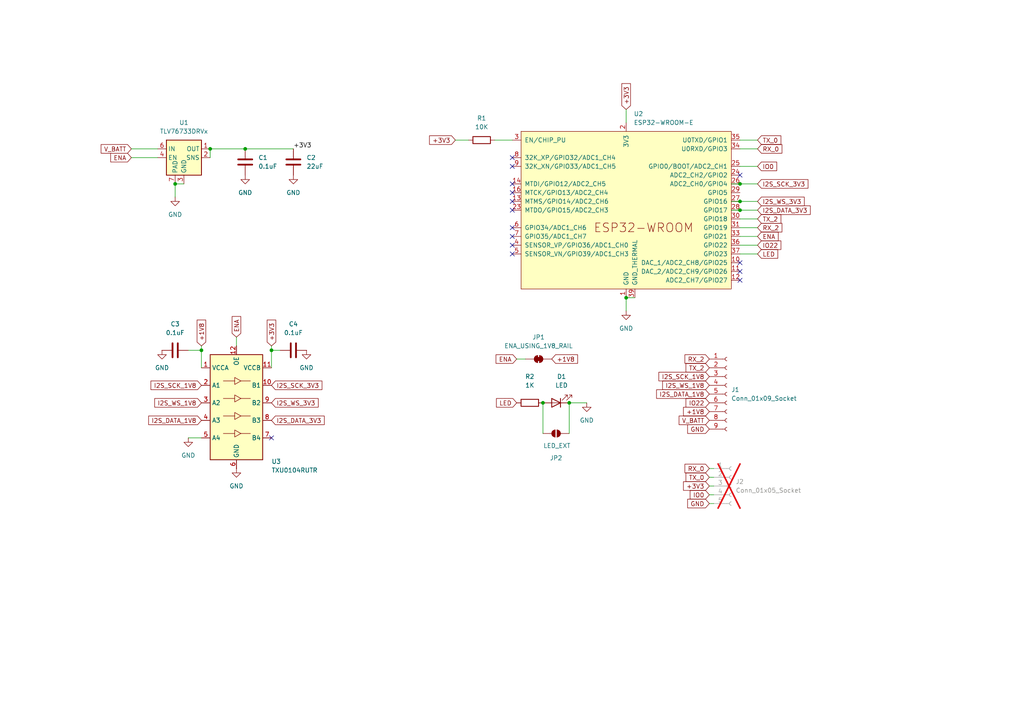
<source format=kicad_sch>
(kicad_sch (version 20231120) (generator "eeschema") (generator_version "8.0")
  (paper "A4")
  (lib_symbols
    (symbol "Connector:Conn_01x05_Socket" (pin_names (offset 1.016) hide)
      (property "Reference" "J" (at 0 7.62 0))
      (property "Value" "Conn_01x05_Socket" (at 0 -7.62 0))
      (symbol "Conn_01x05_Socket_1_1"
        (arc (start 0 -4.572) (mid -0.5058 -5.08) (end 0 -5.588) (stroke (width 0.1524)))
        (arc (start 0 -2.032) (mid -0.5058 -2.54) (end 0 -3.048) (stroke (width 0.1524)))
        (polyline (pts (xy -1.27 -5.08) (xy -0.508 -5.08)) (stroke (width 0.1524)))
        (polyline (pts (xy -1.27 -2.54) (xy -0.508 -2.54)) (stroke (width 0.1524)))
        (polyline (pts (xy -1.27 0) (xy -0.508 0)) (stroke (width 0.1524)))
        (polyline (pts (xy -1.27 2.54) (xy -0.508 2.54)) (stroke (width 0.1524)))
        (polyline (pts (xy -1.27 5.08) (xy -0.508 5.08)) (stroke (width 0.1524)))
        (arc (start 0 0.508) (mid -0.5058 0) (end 0 -0.508) (stroke (width 0.1524)))
        (arc (start 0 3.048) (mid -0.5058 2.54) (end 0 2.032) (stroke (width 0.1524)))
        (arc (start 0 5.588) (mid -0.5058 5.08) (end 0 4.572) (stroke (width 0.1524)))
        (pin passive line (at -5.08 5.08 0) (length 3.81) (name "Pin_1") (number "1"))
        (pin passive line (at -5.08 2.54 0) (length 3.81) (name "Pin_2") (number "2"))
        (pin passive line (at -5.08 0 0) (length 3.81) (name "Pin_3") (number "3"))
        (pin passive line (at -5.08 -2.54 0) (length 3.81) (name "Pin_4") (number "4"))
        (pin passive line (at -5.08 -5.08 0) (length 3.81) (name "Pin_5") (number "5"))
      )
    )
    (symbol "Connector:Conn_01x09_Socket" (pin_names (offset 1.016) hide)
      (property "Reference" "J" (at 0 12.7 0))
      (property "Value" "Conn_01x09_Socket" (at 0 -12.7 0))
      (symbol "Conn_01x09_Socket_1_1"
        (arc (start 0 -9.652) (mid -0.5058 -10.16) (end 0 -10.668) (stroke (width 0.1524)))
        (arc (start 0 -7.112) (mid -0.5058 -7.62) (end 0 -8.128) (stroke (width 0.1524)))
        (arc (start 0 -4.572) (mid -0.5058 -5.08) (end 0 -5.588) (stroke (width 0.1524)))
        (arc (start 0 -2.032) (mid -0.5058 -2.54) (end 0 -3.048) (stroke (width 0.1524)))
        (polyline (pts (xy -1.27 -10.16) (xy -0.508 -10.16)) (stroke (width 0.1524)))
        (polyline (pts (xy -1.27 -7.62) (xy -0.508 -7.62)) (stroke (width 0.1524)))
        (polyline (pts (xy -1.27 -5.08) (xy -0.508 -5.08)) (stroke (width 0.1524)))
        (polyline (pts (xy -1.27 -2.54) (xy -0.508 -2.54)) (stroke (width 0.1524)))
        (polyline (pts (xy -1.27 0) (xy -0.508 0)) (stroke (width 0.1524)))
        (polyline (pts (xy -1.27 2.54) (xy -0.508 2.54)) (stroke (width 0.1524)))
        (polyline (pts (xy -1.27 5.08) (xy -0.508 5.08)) (stroke (width 0.1524)))
        (polyline (pts (xy -1.27 7.62) (xy -0.508 7.62)) (stroke (width 0.1524)))
        (polyline (pts (xy -1.27 10.16) (xy -0.508 10.16)) (stroke (width 0.1524)))
        (arc (start 0 0.508) (mid -0.5058 0) (end 0 -0.508) (stroke (width 0.1524)))
        (arc (start 0 3.048) (mid -0.5058 2.54) (end 0 2.032) (stroke (width 0.1524)))
        (arc (start 0 5.588) (mid -0.5058 5.08) (end 0 4.572) (stroke (width 0.1524)))
        (arc (start 0 8.128) (mid -0.5058 7.62) (end 0 7.112) (stroke (width 0.1524)))
        (arc (start 0 10.668) (mid -0.5058 10.16) (end 0 9.652) (stroke (width 0.1524)))
        (pin passive line (at -5.08 10.16 0) (length 3.81) (name "Pin_1") (number "1"))
        (pin passive line (at -5.08 7.62 0) (length 3.81) (name "Pin_2") (number "2"))
        (pin passive line (at -5.08 5.08 0) (length 3.81) (name "Pin_3") (number "3"))
        (pin passive line (at -5.08 2.54 0) (length 3.81) (name "Pin_4") (number "4"))
        (pin passive line (at -5.08 0 0) (length 3.81) (name "Pin_5") (number "5"))
        (pin passive line (at -5.08 -2.54 0) (length 3.81) (name "Pin_6") (number "6"))
        (pin passive line (at -5.08 -5.08 0) (length 3.81) (name "Pin_7") (number "7"))
        (pin passive line (at -5.08 -7.62 0) (length 3.81) (name "Pin_8") (number "8"))
        (pin passive line (at -5.08 -10.16 0) (length 3.81) (name "Pin_9") (number "9"))
      )
    )
    (symbol "Device:C" (pin_numbers hide) (pin_names (offset 0.254))
      (property "Reference" "C" (at 0.635 2.54 0))
      (property "Value" "C" (at 0.635 -2.54 0))
      (symbol "C_0_1"
        (polyline (pts (xy -2.032 -0.762) (xy 2.032 -0.762)) (stroke (width 0.508)))
        (polyline (pts (xy -2.032 0.762) (xy 2.032 0.762)) (stroke (width 0.508)))
      )
      (symbol "C_1_1"
        (pin passive line (at 0 3.81 270) (length 2.794) (name "~") (number "1"))
        (pin passive line (at 0 -3.81 90) (length 2.794) (name "~") (number "2"))
      )
    )
    (symbol "Device:LED" (pin_numbers hide) (pin_names (offset 1.016) hide)
      (property "Reference" "D" (at 0 2.54 0))
      (property "Value" "LED" (at 0 -2.54 0))
      (symbol "LED_0_1"
        (polyline (pts (xy -1.27 -1.27) (xy -1.27 1.27)) (stroke (width 0.254)))
        (polyline (pts (xy -1.27 0) (xy 1.27 0)))
        (polyline (pts (xy 1.27 -1.27) (xy 1.27 1.27) (xy -1.27 0) (xy 1.27 -1.27)) (stroke (width 0.254)))
        (polyline (pts (xy -3.048 -0.762) (xy -4.572 -2.286) (xy -3.81 -2.286) (xy -4.572 -2.286) (xy -4.572 -1.524)))
        (polyline (pts (xy -1.778 -0.762) (xy -3.302 -2.286) (xy -2.54 -2.286) (xy -3.302 -2.286) (xy -3.302 -1.524)))
      )
      (symbol "LED_1_1"
        (pin passive line (at -3.81 0 0) (length 2.54) (name "K") (number "1"))
        (pin passive line (at 3.81 0 180) (length 2.54) (name "A") (number "2"))
      )
    )
    (symbol "Device:R" (pin_numbers hide) (pin_names (offset 0))
      (property "Reference" "R" (at 2.032 0 90))
      (property "Value" "R" (at 0 0 90))
      (symbol "R_0_1"
        (rectangle (start -1.016 -2.54) (end 1.016 2.54) (stroke (width 0.254)))
      )
      (symbol "R_1_1"
        (pin passive line (at 0 3.81 270) (length 1.27) (name "~") (number "1"))
        (pin passive line (at 0 -3.81 90) (length 1.27) (name "~") (number "2"))
      )
    )
    (symbol "GND_1" (power) (pin_numbers hide) (pin_names (offset 0) hide)
      (property "Value" "GND_1" (at 0 -3.81 0))
      (symbol "GND_1_0_1"
        (polyline (pts (xy 0 0) (xy 0 -1.27) (xy 1.27 -1.27) (xy 0 -2.54) (xy -1.27 -1.27) (xy 0 -1.27)))
      )
      (symbol "GND_1_1_1"
        (pin power_in line (at 0 0 270) (length 0) hide (name "GND") (number "1"))
      )
    )
    (symbol "Jumper:SolderJumper_2_Bridged" (pin_numbers hide) (pin_names (offset 0) hide) (exclude_from_sim yes) (in_bom no)
      (property "Reference" "JP" (at 0 2.032 0))
      (property "Value" "SolderJumper_2_Bridged" (at 0 -2.54 0))
      (symbol "SolderJumper_2_Bridged_0_1"
        (rectangle (start -0.508 0.508) (end 0.508 -0.508) (fill (type outline)))
        (arc (start -0.254 1.016) (mid -1.2656 0) (end -0.254 -1.016))
        (arc (start -0.254 1.016) (mid -1.2656 0) (end -0.254 -1.016) (fill (type outline)))
        (polyline (pts (xy -0.254 1.016) (xy -0.254 -1.016)))
        (polyline (pts (xy 0.254 1.016) (xy 0.254 -1.016)))
        (arc (start 0.254 -1.016) (mid 1.2656 0) (end 0.254 1.016))
        (arc (start 0.254 -1.016) (mid 1.2656 0) (end 0.254 1.016) (fill (type outline)))
      )
      (symbol "SolderJumper_2_Bridged_1_1"
        (pin passive line (at -3.81 0 0) (length 2.54) (name "A") (number "1"))
        (pin passive line (at 3.81 0 180) (length 2.54) (name "B") (number "2"))
      )
    )
    (symbol "Jumper:SolderJumper_2_Open" (pin_numbers hide) (pin_names (offset 0) hide) (exclude_from_sim yes) (in_bom no)
      (property "Reference" "JP" (at 0 2.032 0))
      (property "Value" "SolderJumper_2_Open" (at 0 -2.54 0))
      (symbol "SolderJumper_2_Open_0_1"
        (arc (start -0.254 1.016) (mid -1.2656 0) (end -0.254 -1.016))
        (arc (start -0.254 1.016) (mid -1.2656 0) (end -0.254 -1.016) (fill (type outline)))
        (polyline (pts (xy -0.254 1.016) (xy -0.254 -1.016)))
        (polyline (pts (xy 0.254 1.016) (xy 0.254 -1.016)))
        (arc (start 0.254 -1.016) (mid 1.2656 0) (end 0.254 1.016))
        (arc (start 0.254 -1.016) (mid 1.2656 0) (end 0.254 1.016) (fill (type outline)))
      )
      (symbol "SolderJumper_2_Open_1_1"
        (pin passive line (at -3.81 0 0) (length 2.54) (name "A") (number "1"))
        (pin passive line (at 3.81 0 180) (length 2.54) (name "B") (number "2"))
      )
    )
    (symbol "Logic_LevelTranslator:TXU0104RUTR"
      (property "Reference" "U" (at -6.35 16.51 0))
      (property "Value" "TXU0104RUTR" (at 3.81 16.51 0))
      (symbol "TXU0104RUTR_0_1"
        (rectangle (start -7.62 15.24) (end 7.62 -15.24) (stroke (width 0.254)) (fill (type background)))
        (polyline (pts (xy -0.508 -7.62) (xy -3.81 -7.62) (xy -2.54 -7.62)))
        (polyline (pts (xy -0.508 -2.54) (xy -3.81 -2.54) (xy -2.54 -2.54)))
        (polyline (pts (xy -0.508 2.54) (xy -3.81 2.54) (xy -2.54 2.54)))
        (polyline (pts (xy -0.508 7.62) (xy -3.81 7.62) (xy -2.54 7.62)))
        (polyline (pts (xy 4.064 -7.62) (xy 1.27 -7.62) (xy 2.54 -7.62)))
        (polyline (pts (xy 4.064 -2.54) (xy 1.27 -2.54) (xy 2.54 -2.54)))
        (polyline (pts (xy 4.064 2.54) (xy 1.27 2.54) (xy 2.54 2.54)))
        (polyline (pts (xy 4.064 7.62) (xy 1.27 7.62) (xy 2.54 7.62)))
        (polyline (pts (xy 1.27 -7.62) (xy -0.508 -8.636) (xy -0.508 -6.604) (xy 1.27 -7.62)))
        (polyline (pts (xy 1.27 -2.54) (xy -0.508 -3.556) (xy -0.508 -1.524) (xy 1.27 -2.54)))
        (polyline (pts (xy 1.27 2.54) (xy -0.508 1.524) (xy -0.508 3.556) (xy 1.27 2.54)))
        (polyline (pts (xy 1.27 7.62) (xy -0.508 6.604) (xy -0.508 8.636) (xy 1.27 7.62)))
      )
      (symbol "TXU0104RUTR_1_1"
        (pin power_in line (at -10.16 11.43 0) (length 2.54) (name "VCCA") (number "1"))
        (pin output line (at 10.16 6.35 180) (length 2.54) (name "B1") (number "10"))
        (pin power_in line (at 10.16 11.43 180) (length 2.54) (name "VCCB") (number "11"))
        (pin input line (at 0 17.78 270) (length 2.54) (name "OE") (number "12"))
        (pin input line (at -10.16 6.35 0) (length 2.54) (name "A1") (number "2"))
        (pin input line (at -10.16 1.27 0) (length 2.54) (name "A2") (number "3"))
        (pin input line (at -10.16 -3.81 0) (length 2.54) (name "A3") (number "4"))
        (pin input line (at -10.16 -8.89 0) (length 2.54) (name "A4") (number "5"))
        (pin power_in line (at 0 -17.78 90) (length 2.54) (name "GND") (number "6"))
        (pin output line (at 10.16 -8.89 180) (length 2.54) (name "B4") (number "7"))
        (pin output line (at 10.16 -3.81 180) (length 2.54) (name "B3") (number "8"))
        (pin output line (at 10.16 1.27 180) (length 2.54) (name "B2") (number "9"))
      )
    )
    (symbol "PCM_Espressif:ESP32-WROOM-E" (pin_names (offset 1.016))
      (property "Reference" "U" (at -30.48 27.94 0))
      (property "Value" "ESP32-WROOM-E" (at -30.48 25.4 0))
      (symbol "ESP32-WROOM-E_0_1"
        (rectangle (start -30.48 22.86) (end 30.48 -22.86) (fill (type background)))
      )
      (symbol "ESP32-WROOM-E_1_1"
        (text "ESP32-­WROOM­" (at 5.08 -5.08 0) (effects (font (size 2.54 2.54))))
        (pin power_in line (at 0 -25.4 90) (length 2.54) (name "GND") (number "1"))
        (pin bidirectional line (at 33.02 -15.24 180) (length 2.54) (name "DAC_1/ADC2_CH8/GPIO25") (number "10"))
        (pin bidirectional line (at 33.02 -17.78 180) (length 2.54) (name "DAC_2/ADC2_CH9/GPIO26") (number "11"))
        (pin bidirectional line (at 33.02 -20.32 180) (length 2.54) (name "ADC2_CH7/GPIO27") (number "12"))
        (pin bidirectional line (at -33.02 2.54 0) (length 2.54) (name "MTMS/GPIO14/ADC2_CH6") (number "13"))
        (pin bidirectional line (at -33.02 7.62 0) (length 2.54) (name "MTDI/GPIO12/ADC2_CH5") (number "14"))
        (pin passive line (at 0 -25.4 90) (length 2.54) hide (name "GND") (number "15"))
        (pin bidirectional line (at -33.02 5.08 0) (length 2.54) (name "MTCK/GPIO13/ADC2_CH4") (number "16"))
        (pin power_in line (at 0 25.4 270) (length 2.54) (name "3V3") (number "2"))
        (pin bidirectional line (at -33.02 0 0) (length 2.54) (name "MTDO/GPIO15/ADC2_CH3") (number "23"))
        (pin bidirectional line (at 33.02 10.16 180) (length 2.54) (name "ADC2_CH2/GPIO2") (number "24"))
        (pin bidirectional line (at 33.02 12.7 180) (length 2.54) (name "GPIO0/BOOT/ADC2_CH1") (number "25"))
        (pin bidirectional line (at 33.02 7.62 180) (length 2.54) (name "ADC2_CH0/GPIO4") (number "26"))
        (pin bidirectional line (at 33.02 2.54 180) (length 2.54) (name "GPIO16") (number "27"))
        (pin bidirectional line (at 33.02 0 180) (length 2.54) (name "GPIO17") (number "28"))
        (pin bidirectional line (at 33.02 5.08 180) (length 2.54) (name "GPIO5") (number "29"))
        (pin input line (at -33.02 20.32 0) (length 2.54) (name "EN/CHIP_PU") (number "3"))
        (pin bidirectional line (at 33.02 -2.54 180) (length 2.54) (name "GPIO18") (number "30"))
        (pin bidirectional line (at 33.02 -5.08 180) (length 2.54) (name "GPIO19") (number "31"))
        (pin bidirectional line (at 33.02 -7.62 180) (length 2.54) (name "GPIO21") (number "33"))
        (pin bidirectional line (at 33.02 17.78 180) (length 2.54) (name "U0RXD/GPIO3") (number "34"))
        (pin bidirectional line (at 33.02 20.32 180) (length 2.54) (name "U0TXD/GPIO1") (number "35"))
        (pin bidirectional line (at 33.02 -10.16 180) (length 2.54) (name "GPIO22") (number "36"))
        (pin bidirectional line (at 33.02 -12.7 180) (length 2.54) (name "GPIO23") (number "37"))
        (pin passive line (at 0 -25.4 90) (length 2.54) hide (name "GND") (number "38"))
        (pin power_in line (at 2.54 -25.4 90) (length 2.54) (name "GND_THERMAL") (number "39"))
        (pin input line (at -33.02 -10.16 0) (length 2.54) (name "SENSOR_VP/GPIO36/ADC1_CH0") (number "4"))
        (pin input line (at -33.02 -12.7 0) (length 2.54) (name "SENSOR_VN/GPIO39/ADC1_CH3") (number "5"))
        (pin input line (at -33.02 -5.08 0) (length 2.54) (name "GPIO34/ADC1_CH6") (number "6"))
        (pin input line (at -33.02 -7.62 0) (length 2.54) (name "GPIO35/ADC1_CH7") (number "7"))
        (pin bidirectional line (at -33.02 15.24 0) (length 2.54) (name "32K_XP/GPIO32/ADC1_CH4") (number "8"))
        (pin bidirectional line (at -33.02 12.7 0) (length 2.54) (name "32K_XN/GPIO33/ADC1_CH5") (number "9"))
      )
    )
    (symbol "Regulator_Linear:TLV76733DRVx"
      (property "Reference" "U" (at 0 8.89 0))
      (property "Value" "TLV76733DRVx" (at 0 6.35 0))
      (symbol "TLV76733DRVx_0_1"
        (rectangle (start -5.08 -5.08) (end 5.08 5.08) (stroke (width 0.254)) (fill (type background)))
      )
      (symbol "TLV76733DRVx_1_1"
        (pin power_out line (at 7.62 2.54 180) (length 2.54) (name "OUT") (number "1"))
        (pin input line (at 7.62 0 180) (length 2.54) (name "SNS") (number "2"))
        (pin power_in line (at 0 -7.62 90) (length 2.54) (name "GND") (number "3"))
        (pin input line (at -7.62 0 0) (length 2.54) (name "EN") (number "4"))
        (pin passive line (at 0 -7.62 90) (length 2.54) hide (name "GND") (number "5"))
        (pin power_in line (at -7.62 2.54 0) (length 2.54) (name "IN") (number "6"))
        (pin passive line (at -2.54 -7.62 90) (length 2.54) (name "PAD") (number "7"))
      )
    )
    (symbol "power:GND" (power) (pin_numbers hide) (pin_names (offset 0) hide)
      (property "Value" "GND" (at 0 -3.81 0))
      (symbol "GND_0_1"
        (polyline (pts (xy 0 0) (xy 0 -1.27) (xy 1.27 -1.27) (xy 0 -2.54) (xy -1.27 -1.27) (xy 0 -1.27)))
      )
      (symbol "GND_1_1"
        (pin power_in line (at 0 0 270) (length 0) (name "~") (number "1"))
      )
    )
  )
  (junction (at 58.42 101.6))
  (junction (at 71.12 43.18))
  (junction (at 60.96 43.18))
  (junction (at 214.63 60.96))
  (junction (at 157.48 116.84))
  (junction (at 214.63 58.42))
  (junction (at 214.63 53.34))
  (junction (at 50.8 53.34))
  (junction (at 165.1 116.84))
  (junction (at 181.61 86.36))
  (junction (at 78.74 101.6))
  (no_connect (at 148.59 71.12))
  (no_connect (at 148.59 48.26))
  (no_connect (at 148.59 66.04))
  (no_connect (at 148.59 73.66))
  (no_connect (at 148.59 53.34))
  (no_connect (at 148.59 60.96))
  (no_connect (at 214.63 78.74))
  (no_connect (at 214.63 81.28))
  (no_connect (at 148.59 58.42))
  (no_connect (at 214.63 50.8))
  (no_connect (at 148.59 68.58))
  (no_connect (at 214.63 76.2))
  (no_connect (at 78.74 127))
  (no_connect (at 148.59 55.88))
  (no_connect (at 148.59 45.72))
  (wire (pts (xy 71.12 43.18) (xy 85.09 43.18)))
  (wire (pts (xy 181.61 31.75) (xy 181.61 35.56)))
  (wire (pts (xy 50.8 53.34) (xy 53.34 53.34)))
  (wire (pts (xy 68.58 97.79) (xy 68.58 100.33)))
  (wire (pts (xy 214.63 43.18) (xy 219.71 43.18)))
  (wire (pts (xy 212.09 53.34) (xy 214.63 53.34)))
  (wire (pts (xy 78.74 101.6) (xy 78.74 100.33)))
  (wire (pts (xy 50.8 53.34) (xy 50.8 57.15)))
  (wire (pts (xy 143.51 40.64) (xy 148.59 40.64)))
  (wire (pts (xy 212.09 60.96) (xy 214.63 60.96)))
  (wire (pts (xy 78.74 101.6) (xy 78.74 106.68)))
  (wire (pts (xy 58.42 101.6) (xy 58.42 106.68)))
  (wire (pts (xy 205.74 140.97) (xy 207.01 140.97)))
  (wire (pts (xy 214.63 63.5) (xy 219.71 63.5)))
  (wire (pts (xy 205.74 146.05) (xy 207.01 146.05)))
  (wire (pts (xy 54.61 127) (xy 58.42 127)))
  (wire (pts (xy 214.63 53.34) (xy 219.71 53.34)))
  (wire (pts (xy 58.42 100.33) (xy 58.42 101.6)))
  (wire (pts (xy 60.96 43.18) (xy 60.96 45.72)))
  (wire (pts (xy 214.63 68.58) (xy 219.71 68.58)))
  (wire (pts (xy 214.63 58.42) (xy 219.71 58.42)))
  (wire (pts (xy 149.86 104.14) (xy 152.4 104.14)))
  (wire (pts (xy 132.08 40.64) (xy 135.89 40.64)))
  (wire (pts (xy 207.01 143.51) (xy 205.74 143.51)))
  (wire (pts (xy 181.61 86.36) (xy 181.61 90.17)))
  (wire (pts (xy 214.63 48.26) (xy 219.71 48.26)))
  (wire (pts (xy 165.1 116.84) (xy 165.1 125.73)))
  (wire (pts (xy 214.63 73.66) (xy 219.71 73.66)))
  (wire (pts (xy 38.1 45.72) (xy 45.72 45.72)))
  (wire (pts (xy 214.63 40.64) (xy 219.71 40.64)))
  (wire (pts (xy 205.74 135.89) (xy 207.01 135.89)))
  (wire (pts (xy 78.74 101.6) (xy 81.28 101.6)))
  (wire (pts (xy 205.74 138.43) (xy 207.01 138.43)))
  (wire (pts (xy 38.1 43.18) (xy 45.72 43.18)))
  (wire (pts (xy 214.63 60.96) (xy 219.71 60.96)))
  (wire (pts (xy 170.18 116.84) (xy 165.1 116.84)))
  (wire (pts (xy 212.09 58.42) (xy 214.63 58.42)))
  (wire (pts (xy 60.96 43.18) (xy 71.12 43.18)))
  (wire (pts (xy 181.61 86.36) (xy 184.15 86.36)))
  (wire (pts (xy 214.63 66.04) (xy 219.71 66.04)))
  (wire (pts (xy 214.63 71.12) (xy 219.71 71.12)))
  (wire (pts (xy 54.61 101.6) (xy 58.42 101.6)))
  (wire (pts (xy 157.48 116.84) (xy 157.48 125.73)))
  (label "+3V3" (at 85.09 43.18 0))
  (global_label "I2S_DATA_1V8" (shape input) (at 205.74 114.3 180) (property "Intersheetrefs" "${INTERSHEET_REFS}" (effects (hide yes))))
  (global_label "I2S_SCK_3V3" (shape input) (at 219.71 53.34 0) (property "Intersheetrefs" "${INTERSHEET_REFS}" (effects (hide yes))))
  (global_label "+3V3" (shape input) (at 132.08 40.64 180) (property "Intersheetrefs" "${INTERSHEET_REFS}" (effects (hide yes))))
  (global_label "V_BATT" (shape input) (at 38.1 43.18 180) (property "Intersheetrefs" "${INTERSHEET_REFS}" (effects (hide yes))))
  (global_label "+1V8" (shape input) (at 205.74 119.38 180) (property "Intersheetrefs" "${INTERSHEET_REFS}" (effects (hide yes))))
  (global_label "I2S_DATA_3V3" (shape input) (at 219.71 60.96 0) (property "Intersheetrefs" "${INTERSHEET_REFS}" (effects (hide yes))))
  (global_label "+3V3" (shape input) (at 181.61 31.75 90) (property "Intersheetrefs" "${INTERSHEET_REFS}" (effects (hide yes))))
  (global_label "GND" (shape input) (at 205.74 146.05 180) (property "Intersheetrefs" "${INTERSHEET_REFS}" (effects (hide yes))))
  (global_label "ENA" (shape input) (at 219.71 68.58 0) (property "Intersheetrefs" "${INTERSHEET_REFS}" (effects (hide yes))))
  (global_label "+1V8" (shape input) (at 58.42 100.33 90) (property "Intersheetrefs" "${INTERSHEET_REFS}" (effects (hide yes))))
  (global_label "RX_0" (shape input) (at 219.71 43.18 0) (property "Intersheetrefs" "${INTERSHEET_REFS}" (effects (hide yes))))
  (global_label "I2S_SCK_3V3" (shape input) (at 78.74 111.76 0) (property "Intersheetrefs" "${INTERSHEET_REFS}" (effects (hide yes))))
  (global_label "I2S_WS_3V3" (shape input) (at 78.74 116.84 0) (property "Intersheetrefs" "${INTERSHEET_REFS}" (effects (hide yes))))
  (global_label "ENA" (shape input) (at 149.86 104.14 180) (property "Intersheetrefs" "${INTERSHEET_REFS}" (effects (hide yes))))
  (global_label "IO0" (shape input) (at 219.71 48.26 0) (property "Intersheetrefs" "${INTERSHEET_REFS}" (effects (hide yes))))
  (global_label "ENA" (shape input) (at 68.58 97.79 90) (property "Intersheetrefs" "${INTERSHEET_REFS}" (effects (hide yes))))
  (global_label "I2S_SCK_1V8" (shape input) (at 205.74 109.22 180) (property "Intersheetrefs" "${INTERSHEET_REFS}" (effects (hide yes))))
  (global_label "TX_2" (shape input) (at 205.74 106.68 180) (property "Intersheetrefs" "${INTERSHEET_REFS}" (effects (hide yes))))
  (global_label "IO22" (shape input) (at 205.74 116.84 180) (property "Intersheetrefs" "${INTERSHEET_REFS}" (effects (hide yes))))
  (global_label "LED" (shape input) (at 219.71 73.66 0) (property "Intersheetrefs" "${INTERSHEET_REFS}" (effects (hide yes))))
  (global_label "I2S_DATA_3V3" (shape input) (at 78.74 121.92 0) (property "Intersheetrefs" "${INTERSHEET_REFS}" (effects (hide yes))))
  (global_label "RX_0" (shape input) (at 205.74 135.89 180) (property "Intersheetrefs" "${INTERSHEET_REFS}" (effects (hide yes))))
  (global_label "I2S_WS_1V8" (shape input) (at 58.42 116.84 180) (property "Intersheetrefs" "${INTERSHEET_REFS}" (effects (hide yes))))
  (global_label "I2S_WS_1V8" (shape input) (at 205.74 111.76 180) (property "Intersheetrefs" "${INTERSHEET_REFS}" (effects (hide yes))))
  (global_label "IO0" (shape input) (at 205.74 143.51 180) (property "Intersheetrefs" "${INTERSHEET_REFS}" (effects (hide yes))))
  (global_label "I2S_SCK_1V8" (shape input) (at 58.42 111.76 180) (property "Intersheetrefs" "${INTERSHEET_REFS}" (effects (hide yes))))
  (global_label "GND" (shape input) (at 205.74 124.46 180) (property "Intersheetrefs" "${INTERSHEET_REFS}" (effects (hide yes))))
  (global_label "ENA" (shape input) (at 38.1 45.72 180) (property "Intersheetrefs" "${INTERSHEET_REFS}" (effects (hide yes))))
  (global_label "+3V3" (shape input) (at 205.74 140.97 180) (property "Intersheetrefs" "${INTERSHEET_REFS}" (effects (hide yes))))
  (global_label "TX_0" (shape input) (at 205.74 138.43 180) (property "Intersheetrefs" "${INTERSHEET_REFS}" (effects (hide yes))))
  (global_label "+3V3" (shape input) (at 78.74 100.33 90) (property "Intersheetrefs" "${INTERSHEET_REFS}" (effects (hide yes))))
  (global_label "RX_2" (shape input) (at 219.71 66.04 0) (property "Intersheetrefs" "${INTERSHEET_REFS}" (effects (hide yes))))
  (global_label "+1V8" (shape input) (at 160.02 104.14 0) (property "Intersheetrefs" "${INTERSHEET_REFS}" (effects (hide yes))))
  (global_label "I2S_DATA_1V8" (shape input) (at 58.42 121.92 180) (property "Intersheetrefs" "${INTERSHEET_REFS}" (effects (hide yes))))
  (global_label "LED" (shape input) (at 149.86 116.84 180) (property "Intersheetrefs" "${INTERSHEET_REFS}" (effects (hide yes))))
  (global_label "I2S_WS_3V3" (shape input) (at 219.71 58.42 0) (property "Intersheetrefs" "${INTERSHEET_REFS}" (effects (hide yes))))
  (global_label "IO22" (shape input) (at 219.71 71.12 0) (property "Intersheetrefs" "${INTERSHEET_REFS}" (effects (hide yes))))
  (global_label "TX_2" (shape input) (at 219.71 63.5 0) (property "Intersheetrefs" "${INTERSHEET_REFS}" (effects (hide yes))))
  (global_label "TX_0" (shape input) (at 219.71 40.64 0) (property "Intersheetrefs" "${INTERSHEET_REFS}" (effects (hide yes))))
  (global_label "V_BATT" (shape input) (at 205.74 121.92 180) (property "Intersheetrefs" "${INTERSHEET_REFS}" (effects (hide yes))))
  (global_label "RX_2" (shape input) (at 205.74 104.14 180) (property "Intersheetrefs" "${INTERSHEET_REFS}" (effects (hide yes))))
  (symbol (lib_id "Regulator_Linear:TLV76733DRVx") (at 53.34 45.72 0) (unit 1)
    (property "Reference" "U1" (at 53.34 35.56 0))
    (property "Value" "TLV76733DRVx" (at 53.34 38.1 0))
    (property "Footprint" "Package_SON:WSON-6-1EP_2x2mm_P0.65mm_EP1x1.6mm_ThermalVias" (effects (hide yes)))
    (property "Datasheet" "www.ti.com/lit/gpn/TLV767" (effects (hide yes)))
    (property "Description" "1A Precision Linear Voltage Regulator, with enable pin, Fixed Output 3.3V, WSON6" (effects (hide yes)))
    (property "LCSC" "C2848334" (effects (hide yes)))
  )
  (symbol (lib_id "Jumper:SolderJumper_2_Bridged") (at 156.21 104.14 0) (unit 1) (exclude_from_sim yes) (in_bom no)
    (property "Reference" "JP1" (at 156.21 97.79 0))
    (property "Value" "ENA_USING_1V8_RAIL" (at 156.21 100.33 0))
    (property "Footprint" "Jumper:SolderJumper-2_P1.3mm_Bridged_Pad1.0x1.5mm" (effects (hide yes)))
    (property "Description" "Solder Jumper, 2-pole, closed/bridged" (effects (hide yes)))
  )
  (symbol (lib_name "GND_1") (lib_id "power:GND") (at 71.12 50.8 0) (unit 1)
    (property "Reference" "#PWR01" (effects (hide yes)))
    (property "Value" "GND" (at 71.12 55.88 0))
  )
  (symbol (lib_id "power:GND") (at 50.8 57.15 0) (unit 1)
    (property "Reference" "#PWR03" (effects (hide yes)))
    (property "Value" "GND" (at 50.8 62.23 0))
    (property "Description" "Power symbol creates a global label with name \"GND\" , ground" (effects (hide yes)))
  )
  (symbol (lib_id "PCM_Espressif:ESP32-WROOM-E") (at 181.61 60.96 0) (unit 1)
    (property "Reference" "U2" (at 183.8041 33.02 0) (effects (justify left)))
    (property "Value" "ESP32-WROOM-E" (at 183.8041 35.56 0) (effects (justify left)))
    (property "Footprint" "PCM_Espressif:ESP32-WROOM-32E" (effects (hide yes)))
    (property "Datasheet" "https://www.espressif.com/sites/default/files/documentation/esp32-wroom-32e_esp32-wroom-32ue_datasheet_en.pdf" (effects (hide yes)))
    (property "Description" "ESP32-WROOM-32E integrates ESP32-D0WD-V3, with higher stability and safety performance." (effects (hide yes)))
    (property "LCSC" "C701341" (effects (hide yes)))
  )
  (symbol (lib_id "Connector:Conn_01x05_Socket") (at 212.09 140.97 0) (unit 1) (dnp yes)
    (property "Reference" "J2" (at 213.36 139.6999 0) (effects (justify left)))
    (property "Value" "Conn_01x05_Socket" (at 213.36 142.2399 0) (effects (justify left)))
    (property "Footprint" "Connector_PinHeader_2.54mm:PinHeader_1x05_P2.54mm_Vertical" (effects (hide yes)))
    (property "Description" "Generic connector, single row, 01x05, script generated" (effects (hide yes)))
  )
  (symbol (lib_id "Device:C") (at 71.12 46.99 0) (unit 1)
    (property "Reference" "C1" (at 74.93 45.7199 0) (effects (justify left)))
    (property "Value" "0.1uF" (at 74.93 48.2599 0) (effects (justify left)))
    (property "Footprint" "Capacitor_SMD:C_0402_1005Metric" (effects (hide yes)))
    (property "Description" "Unpolarized capacitor" (effects (hide yes)))
    (property "LCSC" "C110251" (effects (hide yes)))
  )
  (symbol (lib_id "Device:R") (at 139.7 40.64 90) (unit 1)
    (property "Reference" "R1" (at 139.7 34.29 90))
    (property "Value" "10K" (at 139.7 36.83 90))
    (property "Footprint" "Resistor_SMD:R_0402_1005Metric" (effects (hide yes)))
    (property "Description" "Resistor" (effects (hide yes)))
    (property "LCSC" "C60490" (effects (hide yes)))
  )
  (symbol (lib_id "Device:C") (at 50.8 101.6 90) (unit 1)
    (property "Reference" "C3" (at 50.8 93.98 90))
    (property "Value" "0.1uF" (at 50.8 96.52 90))
    (property "Footprint" "Capacitor_SMD:C_0402_1005Metric" (effects (hide yes)))
    (property "Description" "Unpolarized capacitor" (effects (hide yes)))
    (property "LCSC" "C110251" (effects (hide yes)))
  )
  (symbol (lib_id "Device:R") (at 153.67 116.84 90) (unit 1)
    (property "Reference" "R2" (at 153.67 109.22 90))
    (property "Value" "1K" (at 153.67 111.76 90))
    (property "Footprint" "Resistor_SMD:R_0402_1005Metric" (effects (hide yes)))
    (property "Description" "Resistor" (effects (hide yes)))
    (property "LCSC" "C106235" (effects (hide yes)))
  )
  (symbol (lib_id "Device:LED") (at 161.29 116.84 180) (unit 1)
    (property "Reference" "D1" (at 162.8775 109.22 0))
    (property "Value" "LED" (at 162.8775 111.76 0))
    (property "Footprint" "LED_SMD:LED_0603_1608Metric" (effects (hide yes)))
    (property "Description" "Light emitting diode" (effects (hide yes)))
    (property "LCSC" "C434421" (effects (hide yes)))
  )
  (symbol (lib_id "Device:C") (at 85.09 101.6 90) (unit 1)
    (property "Reference" "C4" (at 85.09 93.98 90))
    (property "Value" "0.1uF" (at 85.09 96.52 90))
    (property "Footprint" "Capacitor_SMD:C_0402_1005Metric" (effects (hide yes)))
    (property "Description" "Unpolarized capacitor" (effects (hide yes)))
    (property "LCSC" "C110251" (effects (hide yes)))
  )
  (symbol (lib_id "Jumper:SolderJumper_2_Open") (at 161.29 125.73 0) (mirror y) (unit 1) (exclude_from_sim yes) (in_bom no)
    (property "Reference" "JP2" (at 161.29 132.842 0))
    (property "Value" "LED_EXT" (at 161.544 129.286 0))
    (property "Footprint" "Jumper:SolderJumper-2_P1.3mm_Open_Pad1.0x1.5mm" (effects (hide yes)))
    (property "Description" "Solder Jumper, 2-pole, open" (effects (hide yes)))
  )
  (symbol (lib_id "Connector:Conn_01x09_Socket") (at 210.82 114.3 0) (unit 1)
    (property "Reference" "J1" (at 212.09 113.0299 0) (effects (justify left)))
    (property "Value" "Conn_01x09_Socket" (at 212.09 115.5699 0) (effects (justify left)))
    (property "Footprint" "Connector_JST:JST_ZH_S9B-ZR-SM4A-TF_1x09-1MP_P1.50mm_Horizontal" (effects (hide yes)))
    (property "Description" "Generic connector, single row, 01x09, script generated" (effects (hide yes)))
  )
  (symbol (lib_name "GND_1") (lib_id "power:GND") (at 85.09 50.8 0) (unit 1)
    (property "Reference" "#PWR02" (effects (hide yes)))
    (property "Value" "GND" (at 85.09 55.88 0))
  )
  (symbol (lib_id "Logic_LevelTranslator:TXU0104RUTR") (at 68.58 118.11 0) (unit 1)
    (property "Reference" "U3" (at 78.74 133.858 0) (effects (justify left)))
    (property "Value" "TXU0104RUTR" (at 78.74 136.398 0) (effects (justify left)))
    (property "Footprint" "Package_DFN_QFN:Texas_R-PUQFN-N12" (effects (hide yes)))
    (property "Datasheet" "http://www.ti.com/lit/ds/symlink/txu0104.pdf" (effects (hide yes)))
    (property "Description" "4-Bit Fixed Direction Voltage-Level Translator with Schmitt-Trigger Inputs and 3-State Outputs" (effects (hide yes)))
    (property "LCSC" "C5187176" (effects (hide yes)))
  )
  (symbol (lib_id "power:GND") (at 68.58 135.89 0) (unit 1)
    (property "Reference" "#PWR09" (effects (hide yes)))
    (property "Value" "GND" (at 68.58 140.97 0))
    (property "Description" "Power symbol creates a global label with name \"GND\" , ground" (effects (hide yes)))
  )
  (symbol (lib_id "power:GND") (at 181.61 90.17 0) (unit 1)
    (property "Reference" "#PWR04" (effects (hide yes)))
    (property "Value" "GND" (at 181.61 95.25 0))
    (property "Description" "Power symbol creates a global label with name \"GND\" , ground" (effects (hide yes)))
  )
  (symbol (lib_id "power:GND") (at 170.18 116.84 0) (unit 1)
    (property "Reference" "#PWR07" (effects (hide yes)))
    (property "Value" "GND" (at 170.18 121.92 0))
    (property "Description" "Power symbol creates a global label with name \"GND\" , ground" (effects (hide yes)))
  )
  (symbol (lib_id "power:GND") (at 54.61 127 0) (unit 1)
    (property "Reference" "#PWR08" (effects (hide yes)))
    (property "Value" "GND" (at 54.61 132.08 0))
    (property "Description" "Power symbol creates a global label with name \"GND\" , ground" (effects (hide yes)))
  )
  (symbol (lib_id "Device:C") (at 85.09 46.99 0) (unit 1)
    (property "Reference" "C2" (at 88.9 45.7199 0) (effects (justify left)))
    (property "Value" "22uF" (at 88.9 48.2599 0) (effects (justify left)))
    (property "Footprint" "Capacitor_SMD:C_0805_2012Metric" (effects (hide yes)))
    (property "Description" "Unpolarized capacitor" (effects (hide yes)))
    (property "LCSC" "C5674" (effects (hide yes)))
  )
  (symbol (lib_id "power:GND") (at 46.99 101.6 0) (unit 1)
    (property "Reference" "#PWR05" (effects (hide yes)))
    (property "Value" "GND" (at 46.99 106.68 0))
    (property "Description" "Power symbol creates a global label with name \"GND\" , ground" (effects (hide yes)))
  )
  (symbol (lib_id "power:GND") (at 88.9 101.6 0) (unit 1)
    (property "Reference" "#PWR06" (effects (hide yes)))
    (property "Value" "GND" (at 88.9 106.68 0))
    (property "Description" "Power symbol creates a global label with name \"GND\" , ground" (effects (hide yes)))
  )
)
</source>
